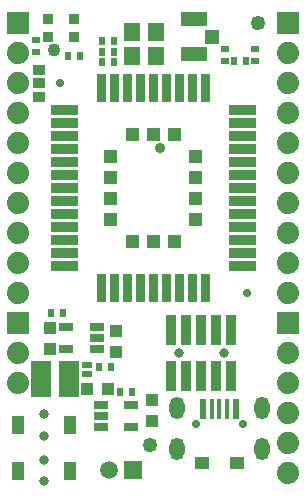
<source format=gbr>
G04 #@! TF.GenerationSoftware,KiCad,Pcbnew,5.1.6-c6e7f7d~87~ubuntu18.04.1*
G04 #@! TF.CreationDate,2021-11-02T16:25:14+02:00*
G04 #@! TF.ProjectId,NB-IoT-DevKit_Rev_D,4e422d49-6f54-42d4-9465-764b69745f52,D*
G04 #@! TF.SameCoordinates,Original*
G04 #@! TF.FileFunction,Soldermask,Top*
G04 #@! TF.FilePolarity,Negative*
%FSLAX46Y46*%
G04 Gerber Fmt 4.6, Leading zero omitted, Abs format (unit mm)*
G04 Created by KiCad (PCBNEW 5.1.6-c6e7f7d~87~ubuntu18.04.1) date 2021-11-02 16:25:14*
%MOMM*%
%LPD*%
G01*
G04 APERTURE LIST*
%ADD10R,1.151600X1.151600*%
%ADD11R,2.301600X1.151600*%
%ADD12C,1.501600*%
%ADD13R,1.501600X1.501600*%
%ADD14C,0.801600*%
%ADD15R,0.861600X2.501600*%
%ADD16C,0.901600*%
%ADD17C,1.101600*%
%ADD18R,0.601600X1.751600*%
%ADD19R,0.426600X1.751600*%
%ADD20C,0.701600*%
%ADD21R,1.201600X1.101600*%
%ADD22O,1.301600X1.901600*%
%ADD23R,1.001600X1.601600*%
%ADD24R,1.117600X0.863600*%
%ADD25R,0.863600X0.609600*%
%ADD26C,0.100000*%
%ADD27C,1.879600*%
%ADD28R,1.879600X1.879600*%
%ADD29R,1.701600X3.101600*%
%ADD30R,1.117600X1.117600*%
%ADD31R,0.651600X0.601600*%
%ADD32R,1.371600X1.625600*%
%ADD33R,0.601600X0.651600*%
%ADD34R,0.901600X0.901600*%
%ADD35C,1.254000*%
%ADD36R,1.301600X0.651600*%
G04 APERTURE END LIST*
D10*
X148439000Y-63373000D03*
D11*
X146939000Y-61873000D03*
X146939000Y-64873000D03*
D12*
X139715240Y-100058220D03*
D13*
X141744700Y-100055680D03*
D14*
X145669000Y-90170000D03*
X149479000Y-90170000D03*
D15*
X146304000Y-88219500D03*
X147574000Y-88219500D03*
X150114000Y-88219500D03*
X148844000Y-88219500D03*
X145034000Y-88219500D03*
X150114000Y-92120500D03*
X148844000Y-92120500D03*
X147574000Y-92120500D03*
X146304000Y-92120500D03*
X145034000Y-92120500D03*
D16*
X144106000Y-72793500D03*
D17*
X135106000Y-64493500D03*
D18*
X147710500Y-94894000D03*
D19*
X148448000Y-94894000D03*
X149098000Y-94894000D03*
X149748000Y-94894000D03*
D18*
X150485500Y-94894000D03*
D20*
X147098000Y-96144000D03*
X151098000Y-96144000D03*
D21*
X147598000Y-99444000D03*
X150598000Y-99444000D03*
D22*
X145498000Y-98294000D03*
X145498000Y-94824000D03*
X152698000Y-94824000D03*
X152698000Y-98294000D03*
D23*
X132062000Y-96266000D03*
X136416000Y-96266000D03*
D14*
X134239000Y-95366000D03*
X134239000Y-97166000D03*
D24*
X133858000Y-68453000D03*
X133858000Y-67310000D03*
X133858000Y-66167000D03*
D25*
X137922000Y-91948000D03*
X137922000Y-91186000D03*
D26*
G36*
X137150800Y-69199200D02*
G01*
X137150800Y-70000800D01*
X134799200Y-70000800D01*
X134799200Y-69199200D01*
X137150800Y-69199200D01*
G37*
G36*
X137150800Y-70299200D02*
G01*
X137150800Y-71100800D01*
X134799200Y-71100800D01*
X134799200Y-70299200D01*
X137150800Y-70299200D01*
G37*
G36*
X137150800Y-71399200D02*
G01*
X137150800Y-72200800D01*
X134799200Y-72200800D01*
X134799200Y-71399200D01*
X137150800Y-71399200D01*
G37*
G36*
X137150800Y-72499200D02*
G01*
X137150800Y-73300800D01*
X134799200Y-73300800D01*
X134799200Y-72499200D01*
X137150800Y-72499200D01*
G37*
G36*
X137150800Y-73599200D02*
G01*
X137150800Y-74400800D01*
X134799200Y-74400800D01*
X134799200Y-73599200D01*
X137150800Y-73599200D01*
G37*
G36*
X137150800Y-74699200D02*
G01*
X137150800Y-75500800D01*
X134799200Y-75500800D01*
X134799200Y-74699200D01*
X137150800Y-74699200D01*
G37*
G36*
X139510800Y-68900800D02*
G01*
X138709200Y-68900800D01*
X138709200Y-66549200D01*
X139510800Y-66549200D01*
X139510800Y-68900800D01*
G37*
G36*
X140610800Y-68900800D02*
G01*
X139809200Y-68900800D01*
X139809200Y-66549200D01*
X140610800Y-66549200D01*
X140610800Y-68900800D01*
G37*
G36*
X141710800Y-68900800D02*
G01*
X140909200Y-68900800D01*
X140909200Y-66549200D01*
X141710800Y-66549200D01*
X141710800Y-68900800D01*
G37*
G36*
X142810800Y-68900800D02*
G01*
X142009200Y-68900800D01*
X142009200Y-66549200D01*
X142810800Y-66549200D01*
X142810800Y-68900800D01*
G37*
G36*
X143910800Y-68900800D02*
G01*
X143109200Y-68900800D01*
X143109200Y-66549200D01*
X143910800Y-66549200D01*
X143910800Y-68900800D01*
G37*
G36*
X145010800Y-68900800D02*
G01*
X144209200Y-68900800D01*
X144209200Y-66549200D01*
X145010800Y-66549200D01*
X145010800Y-68900800D01*
G37*
G36*
X146110800Y-68900800D02*
G01*
X145309200Y-68900800D01*
X145309200Y-66549200D01*
X146110800Y-66549200D01*
X146110800Y-68900800D01*
G37*
G36*
X147210800Y-68900800D02*
G01*
X146409200Y-68900800D01*
X146409200Y-66549200D01*
X147210800Y-66549200D01*
X147210800Y-68900800D01*
G37*
G36*
X148310800Y-68900800D02*
G01*
X147509200Y-68900800D01*
X147509200Y-66549200D01*
X148310800Y-66549200D01*
X148310800Y-68900800D01*
G37*
G36*
X149869200Y-70000800D02*
G01*
X149869200Y-69199200D01*
X152220800Y-69199200D01*
X152220800Y-70000800D01*
X149869200Y-70000800D01*
G37*
G36*
X149869200Y-71100800D02*
G01*
X149869200Y-70299200D01*
X152220800Y-70299200D01*
X152220800Y-71100800D01*
X149869200Y-71100800D01*
G37*
G36*
X149869200Y-72200800D02*
G01*
X149869200Y-71399200D01*
X152220800Y-71399200D01*
X152220800Y-72200800D01*
X149869200Y-72200800D01*
G37*
G36*
X149869200Y-73300800D02*
G01*
X149869200Y-72499200D01*
X152220800Y-72499200D01*
X152220800Y-73300800D01*
X149869200Y-73300800D01*
G37*
G36*
X149869200Y-74400800D02*
G01*
X149869200Y-73599200D01*
X152220800Y-73599200D01*
X152220800Y-74400800D01*
X149869200Y-74400800D01*
G37*
G36*
X149869200Y-75500800D02*
G01*
X149869200Y-74699200D01*
X152220800Y-74699200D01*
X152220800Y-75500800D01*
X149869200Y-75500800D01*
G37*
G36*
X149869200Y-76600800D02*
G01*
X149869200Y-75799200D01*
X152220800Y-75799200D01*
X152220800Y-76600800D01*
X149869200Y-76600800D01*
G37*
G36*
X149869200Y-77700800D02*
G01*
X149869200Y-76899200D01*
X152220800Y-76899200D01*
X152220800Y-77700800D01*
X149869200Y-77700800D01*
G37*
G36*
X149869200Y-78800800D02*
G01*
X149869200Y-77999200D01*
X152220800Y-77999200D01*
X152220800Y-78800800D01*
X149869200Y-78800800D01*
G37*
G36*
X149869200Y-79900800D02*
G01*
X149869200Y-79099200D01*
X152220800Y-79099200D01*
X152220800Y-79900800D01*
X149869200Y-79900800D01*
G37*
G36*
X149869200Y-81000800D02*
G01*
X149869200Y-80199200D01*
X152220800Y-80199200D01*
X152220800Y-81000800D01*
X149869200Y-81000800D01*
G37*
G36*
X149869200Y-82100800D02*
G01*
X149869200Y-81299200D01*
X152220800Y-81299200D01*
X152220800Y-82100800D01*
X149869200Y-82100800D01*
G37*
G36*
X149869200Y-83200800D02*
G01*
X149869200Y-82399200D01*
X152220800Y-82399200D01*
X152220800Y-83200800D01*
X149869200Y-83200800D01*
G37*
G36*
X148310800Y-85850800D02*
G01*
X147509200Y-85850800D01*
X147509200Y-83499200D01*
X148310800Y-83499200D01*
X148310800Y-85850800D01*
G37*
G36*
X147210800Y-85850800D02*
G01*
X146409200Y-85850800D01*
X146409200Y-83499200D01*
X147210800Y-83499200D01*
X147210800Y-85850800D01*
G37*
G36*
X146110800Y-85850800D02*
G01*
X145309200Y-85850800D01*
X145309200Y-83499200D01*
X146110800Y-83499200D01*
X146110800Y-85850800D01*
G37*
G36*
X145010800Y-85850800D02*
G01*
X144209200Y-85850800D01*
X144209200Y-83499200D01*
X145010800Y-83499200D01*
X145010800Y-85850800D01*
G37*
G36*
X143910800Y-85850800D02*
G01*
X143109200Y-85850800D01*
X143109200Y-83499200D01*
X143910800Y-83499200D01*
X143910800Y-85850800D01*
G37*
G36*
X142810800Y-85850800D02*
G01*
X142009200Y-85850800D01*
X142009200Y-83499200D01*
X142810800Y-83499200D01*
X142810800Y-85850800D01*
G37*
G36*
X141710800Y-85850800D02*
G01*
X140909200Y-85850800D01*
X140909200Y-83499200D01*
X141710800Y-83499200D01*
X141710800Y-85850800D01*
G37*
G36*
X134799200Y-76600800D02*
G01*
X134799200Y-75799200D01*
X137150800Y-75799200D01*
X137150800Y-76600800D01*
X134799200Y-76600800D01*
G37*
G36*
X134799200Y-77700800D02*
G01*
X134799200Y-76899200D01*
X137150800Y-76899200D01*
X137150800Y-77700800D01*
X134799200Y-77700800D01*
G37*
G36*
X134799200Y-78800800D02*
G01*
X134799200Y-77999200D01*
X137150800Y-77999200D01*
X137150800Y-78800800D01*
X134799200Y-78800800D01*
G37*
G36*
X134799200Y-79900800D02*
G01*
X134799200Y-79099200D01*
X137150800Y-79099200D01*
X137150800Y-79900800D01*
X134799200Y-79900800D01*
G37*
G36*
X134799200Y-81000800D02*
G01*
X134799200Y-80199200D01*
X137150800Y-80199200D01*
X137150800Y-81000800D01*
X134799200Y-81000800D01*
G37*
G36*
X134799200Y-82100800D02*
G01*
X134799200Y-81299200D01*
X137150800Y-81299200D01*
X137150800Y-82100800D01*
X134799200Y-82100800D01*
G37*
G36*
X134799200Y-83200800D02*
G01*
X134799200Y-82399200D01*
X137150800Y-82399200D01*
X137150800Y-83200800D01*
X134799200Y-83200800D01*
G37*
G36*
X139510800Y-85850800D02*
G01*
X138709200Y-85850800D01*
X138709200Y-83499200D01*
X139510800Y-83499200D01*
X139510800Y-85850800D01*
G37*
G36*
X140610800Y-85850800D02*
G01*
X139809200Y-85850800D01*
X139809200Y-83499200D01*
X140610800Y-83499200D01*
X140610800Y-85850800D01*
G37*
G36*
X140460800Y-72949200D02*
G01*
X140460800Y-74050800D01*
X139359200Y-74050800D01*
X139359200Y-72949200D01*
X140460800Y-72949200D01*
G37*
G36*
X140460800Y-74749200D02*
G01*
X140460800Y-75850800D01*
X139359200Y-75850800D01*
X139359200Y-74749200D01*
X140460800Y-74749200D01*
G37*
G36*
X140460800Y-76549200D02*
G01*
X140460800Y-77650800D01*
X139359200Y-77650800D01*
X139359200Y-76549200D01*
X140460800Y-76549200D01*
G37*
G36*
X140460800Y-78349200D02*
G01*
X140460800Y-79450800D01*
X139359200Y-79450800D01*
X139359200Y-78349200D01*
X140460800Y-78349200D01*
G37*
G36*
X142260800Y-80149200D02*
G01*
X142260800Y-81250800D01*
X141159200Y-81250800D01*
X141159200Y-80149200D01*
X142260800Y-80149200D01*
G37*
G36*
X144060800Y-80149200D02*
G01*
X144060800Y-81250800D01*
X142959200Y-81250800D01*
X142959200Y-80149200D01*
X144060800Y-80149200D01*
G37*
G36*
X145860800Y-80149200D02*
G01*
X145860800Y-81250800D01*
X144759200Y-81250800D01*
X144759200Y-80149200D01*
X145860800Y-80149200D01*
G37*
G36*
X147660800Y-78349200D02*
G01*
X147660800Y-79450800D01*
X146559200Y-79450800D01*
X146559200Y-78349200D01*
X147660800Y-78349200D01*
G37*
G36*
X147660800Y-76549200D02*
G01*
X147660800Y-77650800D01*
X146559200Y-77650800D01*
X146559200Y-76549200D01*
X147660800Y-76549200D01*
G37*
G36*
X147660800Y-74749200D02*
G01*
X147660800Y-75850800D01*
X146559200Y-75850800D01*
X146559200Y-74749200D01*
X147660800Y-74749200D01*
G37*
G36*
X147660800Y-72949200D02*
G01*
X147660800Y-74050800D01*
X146559200Y-74050800D01*
X146559200Y-72949200D01*
X147660800Y-72949200D01*
G37*
G36*
X145860800Y-71149200D02*
G01*
X145860800Y-72250800D01*
X144759200Y-72250800D01*
X144759200Y-71149200D01*
X145860800Y-71149200D01*
G37*
G36*
X144060800Y-71149200D02*
G01*
X144060800Y-72250800D01*
X142959200Y-72250800D01*
X142959200Y-71149200D01*
X144060800Y-71149200D01*
G37*
G36*
X142260800Y-71149200D02*
G01*
X142260800Y-72250800D01*
X141159200Y-72250800D01*
X141159200Y-71149200D01*
X142260800Y-71149200D01*
G37*
D20*
X135560000Y-67350000D03*
X151460000Y-85050000D03*
D27*
X154940000Y-69850000D03*
X154940000Y-67310000D03*
X154940000Y-64770000D03*
D28*
X154940000Y-62230000D03*
D27*
X154940000Y-72390000D03*
X154940000Y-74930000D03*
X154940000Y-80010000D03*
X154940000Y-77470000D03*
X154940000Y-82550000D03*
X154940000Y-85090000D03*
X154940000Y-95250000D03*
X154940000Y-92710000D03*
X154940000Y-90170000D03*
D28*
X154940000Y-87630000D03*
D27*
X154940000Y-97790000D03*
X154940000Y-100330000D03*
X132080000Y-92710000D03*
X132080000Y-90170000D03*
D28*
X132080000Y-87630000D03*
D27*
X132080000Y-69850000D03*
X132080000Y-67310000D03*
X132080000Y-64770000D03*
D28*
X132080000Y-62230000D03*
D27*
X132080000Y-72390000D03*
X132080000Y-74930000D03*
X132080000Y-80010000D03*
X132080000Y-77470000D03*
X132080000Y-82550000D03*
X132080000Y-85090000D03*
D29*
X136391500Y-92329000D03*
X133991500Y-92329000D03*
D30*
X143383000Y-94107000D03*
X143383000Y-95885000D03*
X139700000Y-93218000D03*
X137922000Y-93218000D03*
D31*
X149606000Y-65405000D03*
X149606000Y-64389000D03*
X152146000Y-65405000D03*
X152146000Y-64389000D03*
D32*
X143763999Y-65024000D03*
X141731999Y-65024000D03*
X143764000Y-62992000D03*
X141732000Y-62992000D03*
D33*
X139192001Y-65532000D03*
X140208001Y-65532000D03*
X139192000Y-64643001D03*
X140208000Y-64643001D03*
X139192000Y-63754000D03*
X140208000Y-63754000D03*
D30*
X140335000Y-88265000D03*
X140335000Y-90043000D03*
X134747000Y-88011000D03*
X134747000Y-89789000D03*
D34*
X134620000Y-63373000D03*
X134620000Y-61849000D03*
D35*
X152400000Y-62230000D03*
X143256000Y-97917000D03*
D33*
X150368000Y-65405000D03*
X151384000Y-65405000D03*
D34*
X136779000Y-63373000D03*
X136779000Y-61849000D03*
D23*
X132062000Y-100139500D03*
X136416000Y-100139500D03*
D14*
X134239000Y-99239500D03*
X134239000Y-101039500D03*
D31*
X133540500Y-64706500D03*
X133540500Y-63690500D03*
D33*
X138938000Y-91376500D03*
X139954000Y-91376500D03*
X140716000Y-93472000D03*
X141732000Y-93472000D03*
X137287000Y-65024000D03*
X136271000Y-65024000D03*
X134874000Y-86741000D03*
X135890000Y-86741000D03*
D36*
X139035000Y-94554000D03*
X139035000Y-95504000D03*
X139035000Y-96454000D03*
X141635000Y-94554000D03*
X141635000Y-96454000D03*
X138714000Y-89850000D03*
X138714000Y-88900000D03*
X138714000Y-87950000D03*
X136114000Y-89850000D03*
X136114000Y-87950000D03*
M02*

</source>
